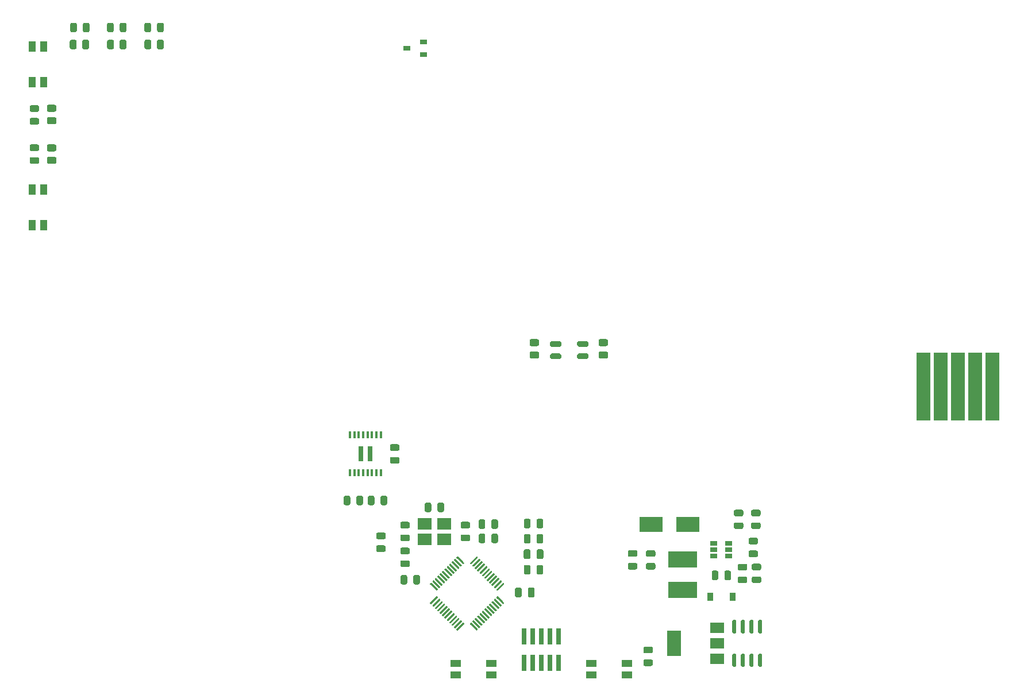
<source format=gtp>
G04 #@! TF.GenerationSoftware,KiCad,Pcbnew,5.1.9+dfsg1-1~bpo10+1*
G04 #@! TF.CreationDate,2021-05-23T17:22:24+00:00*
G04 #@! TF.ProjectId,mobo,6d6f626f-2e6b-4696-9361-645f70636258,rev?*
G04 #@! TF.SameCoordinates,Original*
G04 #@! TF.FileFunction,Paste,Top*
G04 #@! TF.FilePolarity,Positive*
%FSLAX46Y46*%
G04 Gerber Fmt 4.6, Leading zero omitted, Abs format (unit mm)*
G04 Created by KiCad (PCBNEW 5.1.9+dfsg1-1~bpo10+1) date 2021-05-23 17:22:24*
%MOMM*%
%LPD*%
G01*
G04 APERTURE LIST*
%ADD10R,1.550000X1.000000*%
%ADD11R,3.500000X2.300000*%
%ADD12R,0.900000X1.200000*%
%ADD13R,2.000000X10.000000*%
%ADD14R,4.200000X2.400000*%
%ADD15R,1.000000X1.550000*%
%ADD16R,1.000000X0.700000*%
%ADD17R,0.450000X1.050000*%
%ADD18R,0.800000X2.300000*%
%ADD19R,2.000000X1.500000*%
%ADD20R,2.000000X3.800000*%
%ADD21R,1.060000X0.650000*%
%ADD22R,2.100000X1.800000*%
%ADD23R,0.740000X2.400000*%
G04 APERTURE END LIST*
D10*
X69450000Y-100750000D03*
X74700000Y-100750000D03*
X74700000Y-102450000D03*
X69450000Y-102450000D03*
G36*
G01*
X82360000Y-84165000D02*
X82360000Y-85115000D01*
G75*
G02*
X82110000Y-85365000I-250000J0D01*
G01*
X81610000Y-85365000D01*
G75*
G02*
X81360000Y-85115000I0J250000D01*
G01*
X81360000Y-84165000D01*
G75*
G02*
X81610000Y-83915000I250000J0D01*
G01*
X82110000Y-83915000D01*
G75*
G02*
X82360000Y-84165000I0J-250000D01*
G01*
G37*
G36*
G01*
X80460000Y-84165000D02*
X80460000Y-85115000D01*
G75*
G02*
X80210000Y-85365000I-250000J0D01*
G01*
X79710000Y-85365000D01*
G75*
G02*
X79460000Y-85115000I0J250000D01*
G01*
X79460000Y-84165000D01*
G75*
G02*
X79710000Y-83915000I250000J0D01*
G01*
X80210000Y-83915000D01*
G75*
G02*
X80460000Y-84165000I0J-250000D01*
G01*
G37*
G36*
G01*
X80070000Y-90755000D02*
X80070000Y-89805000D01*
G75*
G02*
X80320000Y-89555000I250000J0D01*
G01*
X80820000Y-89555000D01*
G75*
G02*
X81070000Y-89805000I0J-250000D01*
G01*
X81070000Y-90755000D01*
G75*
G02*
X80820000Y-91005000I-250000J0D01*
G01*
X80320000Y-91005000D01*
G75*
G02*
X80070000Y-90755000I0J250000D01*
G01*
G37*
G36*
G01*
X78170000Y-90755000D02*
X78170000Y-89805000D01*
G75*
G02*
X78420000Y-89555000I250000J0D01*
G01*
X78920000Y-89555000D01*
G75*
G02*
X79170000Y-89805000I0J-250000D01*
G01*
X79170000Y-90755000D01*
G75*
G02*
X78920000Y-91005000I-250000J0D01*
G01*
X78420000Y-91005000D01*
G75*
G02*
X78170000Y-90755000I0J250000D01*
G01*
G37*
G36*
G01*
X81476001Y-55781000D02*
X80575999Y-55781000D01*
G75*
G02*
X80326000Y-55531001I0J249999D01*
G01*
X80326000Y-55005999D01*
G75*
G02*
X80575999Y-54756000I249999J0D01*
G01*
X81476001Y-54756000D01*
G75*
G02*
X81726000Y-55005999I0J-249999D01*
G01*
X81726000Y-55531001D01*
G75*
G02*
X81476001Y-55781000I-249999J0D01*
G01*
G37*
G36*
G01*
X81476001Y-53956000D02*
X80575999Y-53956000D01*
G75*
G02*
X80326000Y-53706001I0J249999D01*
G01*
X80326000Y-53180999D01*
G75*
G02*
X80575999Y-52931000I249999J0D01*
G01*
X81476001Y-52931000D01*
G75*
G02*
X81726000Y-53180999I0J-249999D01*
G01*
X81726000Y-53706001D01*
G75*
G02*
X81476001Y-53956000I-249999J0D01*
G01*
G37*
G36*
G01*
X26425000Y-9049999D02*
X26425000Y-9950001D01*
G75*
G02*
X26175001Y-10200000I-249999J0D01*
G01*
X25649999Y-10200000D01*
G75*
G02*
X25400000Y-9950001I0J249999D01*
G01*
X25400000Y-9049999D01*
G75*
G02*
X25649999Y-8800000I249999J0D01*
G01*
X26175001Y-8800000D01*
G75*
G02*
X26425000Y-9049999I0J-249999D01*
G01*
G37*
G36*
G01*
X24600000Y-9049999D02*
X24600000Y-9950001D01*
G75*
G02*
X24350001Y-10200000I-249999J0D01*
G01*
X23824999Y-10200000D01*
G75*
G02*
X23575000Y-9950001I0J249999D01*
G01*
X23575000Y-9049999D01*
G75*
G02*
X23824999Y-8800000I249999J0D01*
G01*
X24350001Y-8800000D01*
G75*
G02*
X24600000Y-9049999I0J-249999D01*
G01*
G37*
G36*
G01*
X20925000Y-9049999D02*
X20925000Y-9950001D01*
G75*
G02*
X20675001Y-10200000I-249999J0D01*
G01*
X20149999Y-10200000D01*
G75*
G02*
X19900000Y-9950001I0J249999D01*
G01*
X19900000Y-9049999D01*
G75*
G02*
X20149999Y-8800000I249999J0D01*
G01*
X20675001Y-8800000D01*
G75*
G02*
X20925000Y-9049999I0J-249999D01*
G01*
G37*
G36*
G01*
X19100000Y-9049999D02*
X19100000Y-9950001D01*
G75*
G02*
X18850001Y-10200000I-249999J0D01*
G01*
X18324999Y-10200000D01*
G75*
G02*
X18075000Y-9950001I0J249999D01*
G01*
X18075000Y-9049999D01*
G75*
G02*
X18324999Y-8800000I249999J0D01*
G01*
X18850001Y-8800000D01*
G75*
G02*
X19100000Y-9049999I0J-249999D01*
G01*
G37*
G36*
G01*
X15425000Y-9049999D02*
X15425000Y-9950001D01*
G75*
G02*
X15175001Y-10200000I-249999J0D01*
G01*
X14649999Y-10200000D01*
G75*
G02*
X14400000Y-9950001I0J249999D01*
G01*
X14400000Y-9049999D01*
G75*
G02*
X14649999Y-8800000I249999J0D01*
G01*
X15175001Y-8800000D01*
G75*
G02*
X15425000Y-9049999I0J-249999D01*
G01*
G37*
G36*
G01*
X13600000Y-9049999D02*
X13600000Y-9950001D01*
G75*
G02*
X13350001Y-10200000I-249999J0D01*
G01*
X12824999Y-10200000D01*
G75*
G02*
X12575000Y-9950001I0J249999D01*
G01*
X12575000Y-9049999D01*
G75*
G02*
X12824999Y-8800000I249999J0D01*
G01*
X13350001Y-8800000D01*
G75*
G02*
X13600000Y-9049999I0J-249999D01*
G01*
G37*
G36*
G01*
X91636001Y-55781000D02*
X90735999Y-55781000D01*
G75*
G02*
X90486000Y-55531001I0J249999D01*
G01*
X90486000Y-55005999D01*
G75*
G02*
X90735999Y-54756000I249999J0D01*
G01*
X91636001Y-54756000D01*
G75*
G02*
X91886000Y-55005999I0J-249999D01*
G01*
X91886000Y-55531001D01*
G75*
G02*
X91636001Y-55781000I-249999J0D01*
G01*
G37*
G36*
G01*
X91636001Y-53956000D02*
X90735999Y-53956000D01*
G75*
G02*
X90486000Y-53706001I0J249999D01*
G01*
X90486000Y-53180999D01*
G75*
G02*
X90735999Y-52931000I249999J0D01*
G01*
X91636001Y-52931000D01*
G75*
G02*
X91886000Y-53180999I0J-249999D01*
G01*
X91886000Y-53706001D01*
G75*
G02*
X91636001Y-53956000I-249999J0D01*
G01*
G37*
G36*
G01*
X9455999Y-18387000D02*
X10356001Y-18387000D01*
G75*
G02*
X10606000Y-18636999I0J-249999D01*
G01*
X10606000Y-19162001D01*
G75*
G02*
X10356001Y-19412000I-249999J0D01*
G01*
X9455999Y-19412000D01*
G75*
G02*
X9206000Y-19162001I0J249999D01*
G01*
X9206000Y-18636999D01*
G75*
G02*
X9455999Y-18387000I249999J0D01*
G01*
G37*
G36*
G01*
X9455999Y-20212000D02*
X10356001Y-20212000D01*
G75*
G02*
X10606000Y-20461999I0J-249999D01*
G01*
X10606000Y-20987001D01*
G75*
G02*
X10356001Y-21237000I-249999J0D01*
G01*
X9455999Y-21237000D01*
G75*
G02*
X9206000Y-20987001I0J249999D01*
G01*
X9206000Y-20461999D01*
G75*
G02*
X9455999Y-20212000I249999J0D01*
G01*
G37*
G36*
G01*
X9455999Y-24229000D02*
X10356001Y-24229000D01*
G75*
G02*
X10606000Y-24478999I0J-249999D01*
G01*
X10606000Y-25004001D01*
G75*
G02*
X10356001Y-25254000I-249999J0D01*
G01*
X9455999Y-25254000D01*
G75*
G02*
X9206000Y-25004001I0J249999D01*
G01*
X9206000Y-24478999D01*
G75*
G02*
X9455999Y-24229000I249999J0D01*
G01*
G37*
G36*
G01*
X9455999Y-26054000D02*
X10356001Y-26054000D01*
G75*
G02*
X10606000Y-26303999I0J-249999D01*
G01*
X10606000Y-26829001D01*
G75*
G02*
X10356001Y-27079000I-249999J0D01*
G01*
X9455999Y-27079000D01*
G75*
G02*
X9206000Y-26829001I0J249999D01*
G01*
X9206000Y-26303999D01*
G75*
G02*
X9455999Y-26054000I249999J0D01*
G01*
G37*
G36*
G01*
X84802000Y-55845000D02*
X83537000Y-55845000D01*
G75*
G02*
X83339500Y-55647500I0J197500D01*
G01*
X83339500Y-55252500D01*
G75*
G02*
X83537000Y-55055000I197500J0D01*
G01*
X84802000Y-55055000D01*
G75*
G02*
X84999500Y-55252500I0J-197500D01*
G01*
X84999500Y-55647500D01*
G75*
G02*
X84802000Y-55845000I-197500J0D01*
G01*
G37*
G36*
G01*
X84802000Y-54045000D02*
X83537000Y-54045000D01*
G75*
G02*
X83339500Y-53847500I0J197500D01*
G01*
X83339500Y-53452500D01*
G75*
G02*
X83537000Y-53255000I197500J0D01*
G01*
X84802000Y-53255000D01*
G75*
G02*
X84999500Y-53452500I0J-197500D01*
G01*
X84999500Y-53847500D01*
G75*
G02*
X84802000Y-54045000I-197500J0D01*
G01*
G37*
G36*
G01*
X88802000Y-54045000D02*
X87537000Y-54045000D01*
G75*
G02*
X87339500Y-53847500I0J197500D01*
G01*
X87339500Y-53452500D01*
G75*
G02*
X87537000Y-53255000I197500J0D01*
G01*
X88802000Y-53255000D01*
G75*
G02*
X88999500Y-53452500I0J-197500D01*
G01*
X88999500Y-53847500D01*
G75*
G02*
X88802000Y-54045000I-197500J0D01*
G01*
G37*
G36*
G01*
X88802000Y-55845000D02*
X87537000Y-55845000D01*
G75*
G02*
X87339500Y-55647500I0J197500D01*
G01*
X87339500Y-55252500D01*
G75*
G02*
X87537000Y-55055000I197500J0D01*
G01*
X88802000Y-55055000D01*
G75*
G02*
X88999500Y-55252500I0J-197500D01*
G01*
X88999500Y-55647500D01*
G75*
G02*
X88802000Y-55845000I-197500J0D01*
G01*
G37*
G36*
G01*
X71322250Y-80830000D02*
X70409750Y-80830000D01*
G75*
G02*
X70166000Y-80586250I0J243750D01*
G01*
X70166000Y-80098750D01*
G75*
G02*
X70409750Y-79855000I243750J0D01*
G01*
X71322250Y-79855000D01*
G75*
G02*
X71566000Y-80098750I0J-243750D01*
G01*
X71566000Y-80586250D01*
G75*
G02*
X71322250Y-80830000I-243750J0D01*
G01*
G37*
G36*
G01*
X71322250Y-82705000D02*
X70409750Y-82705000D01*
G75*
G02*
X70166000Y-82461250I0J243750D01*
G01*
X70166000Y-81973750D01*
G75*
G02*
X70409750Y-81730000I243750J0D01*
G01*
X71322250Y-81730000D01*
G75*
G02*
X71566000Y-81973750I0J-243750D01*
G01*
X71566000Y-82461250D01*
G75*
G02*
X71322250Y-82705000I-243750J0D01*
G01*
G37*
G36*
G01*
X72815000Y-80656250D02*
X72815000Y-79743750D01*
G75*
G02*
X73058750Y-79500000I243750J0D01*
G01*
X73546250Y-79500000D01*
G75*
G02*
X73790000Y-79743750I0J-243750D01*
G01*
X73790000Y-80656250D01*
G75*
G02*
X73546250Y-80900000I-243750J0D01*
G01*
X73058750Y-80900000D01*
G75*
G02*
X72815000Y-80656250I0J243750D01*
G01*
G37*
G36*
G01*
X74690000Y-80656250D02*
X74690000Y-79743750D01*
G75*
G02*
X74933750Y-79500000I243750J0D01*
G01*
X75421250Y-79500000D01*
G75*
G02*
X75665000Y-79743750I0J-243750D01*
G01*
X75665000Y-80656250D01*
G75*
G02*
X75421250Y-80900000I-243750J0D01*
G01*
X74933750Y-80900000D01*
G75*
G02*
X74690000Y-80656250I0J243750D01*
G01*
G37*
G36*
G01*
X74696500Y-82752250D02*
X74696500Y-81839750D01*
G75*
G02*
X74940250Y-81596000I243750J0D01*
G01*
X75427750Y-81596000D01*
G75*
G02*
X75671500Y-81839750I0J-243750D01*
G01*
X75671500Y-82752250D01*
G75*
G02*
X75427750Y-82996000I-243750J0D01*
G01*
X74940250Y-82996000D01*
G75*
G02*
X74696500Y-82752250I0J243750D01*
G01*
G37*
G36*
G01*
X72821500Y-82752250D02*
X72821500Y-81839750D01*
G75*
G02*
X73065250Y-81596000I243750J0D01*
G01*
X73552750Y-81596000D01*
G75*
G02*
X73796500Y-81839750I0J-243750D01*
G01*
X73796500Y-82752250D01*
G75*
G02*
X73552750Y-82996000I-243750J0D01*
G01*
X73065250Y-82996000D01*
G75*
G02*
X72821500Y-82752250I0J243750D01*
G01*
G37*
G36*
G01*
X61519750Y-83665000D02*
X62432250Y-83665000D01*
G75*
G02*
X62676000Y-83908750I0J-243750D01*
G01*
X62676000Y-84396250D01*
G75*
G02*
X62432250Y-84640000I-243750J0D01*
G01*
X61519750Y-84640000D01*
G75*
G02*
X61276000Y-84396250I0J243750D01*
G01*
X61276000Y-83908750D01*
G75*
G02*
X61519750Y-83665000I243750J0D01*
G01*
G37*
G36*
G01*
X61519750Y-85540000D02*
X62432250Y-85540000D01*
G75*
G02*
X62676000Y-85783750I0J-243750D01*
G01*
X62676000Y-86271250D01*
G75*
G02*
X62432250Y-86515000I-243750J0D01*
G01*
X61519750Y-86515000D01*
G75*
G02*
X61276000Y-86271250I0J243750D01*
G01*
X61276000Y-85783750D01*
G75*
G02*
X61519750Y-85540000I243750J0D01*
G01*
G37*
G36*
G01*
X53906000Y-76251750D02*
X53906000Y-77164250D01*
G75*
G02*
X53662250Y-77408000I-243750J0D01*
G01*
X53174750Y-77408000D01*
G75*
G02*
X52931000Y-77164250I0J243750D01*
G01*
X52931000Y-76251750D01*
G75*
G02*
X53174750Y-76008000I243750J0D01*
G01*
X53662250Y-76008000D01*
G75*
G02*
X53906000Y-76251750I0J-243750D01*
G01*
G37*
G36*
G01*
X55781000Y-76251750D02*
X55781000Y-77164250D01*
G75*
G02*
X55537250Y-77408000I-243750J0D01*
G01*
X55049750Y-77408000D01*
G75*
G02*
X54806000Y-77164250I0J243750D01*
G01*
X54806000Y-76251750D01*
G75*
G02*
X55049750Y-76008000I243750J0D01*
G01*
X55537250Y-76008000D01*
G75*
G02*
X55781000Y-76251750I0J-243750D01*
G01*
G37*
G36*
G01*
X67719000Y-77267750D02*
X67719000Y-78180250D01*
G75*
G02*
X67475250Y-78424000I-243750J0D01*
G01*
X66987750Y-78424000D01*
G75*
G02*
X66744000Y-78180250I0J243750D01*
G01*
X66744000Y-77267750D01*
G75*
G02*
X66987750Y-77024000I243750J0D01*
G01*
X67475250Y-77024000D01*
G75*
G02*
X67719000Y-77267750I0J-243750D01*
G01*
G37*
G36*
G01*
X65844000Y-77267750D02*
X65844000Y-78180250D01*
G75*
G02*
X65600250Y-78424000I-243750J0D01*
G01*
X65112750Y-78424000D01*
G75*
G02*
X64869000Y-78180250I0J243750D01*
G01*
X64869000Y-77267750D01*
G75*
G02*
X65112750Y-77024000I243750J0D01*
G01*
X65600250Y-77024000D01*
G75*
G02*
X65844000Y-77267750I0J-243750D01*
G01*
G37*
G36*
G01*
X62432250Y-80830000D02*
X61519750Y-80830000D01*
G75*
G02*
X61276000Y-80586250I0J243750D01*
G01*
X61276000Y-80098750D01*
G75*
G02*
X61519750Y-79855000I243750J0D01*
G01*
X62432250Y-79855000D01*
G75*
G02*
X62676000Y-80098750I0J-243750D01*
G01*
X62676000Y-80586250D01*
G75*
G02*
X62432250Y-80830000I-243750J0D01*
G01*
G37*
G36*
G01*
X62432250Y-82705000D02*
X61519750Y-82705000D01*
G75*
G02*
X61276000Y-82461250I0J243750D01*
G01*
X61276000Y-81973750D01*
G75*
G02*
X61519750Y-81730000I243750J0D01*
G01*
X62432250Y-81730000D01*
G75*
G02*
X62676000Y-81973750I0J-243750D01*
G01*
X62676000Y-82461250D01*
G75*
G02*
X62432250Y-82705000I-243750J0D01*
G01*
G37*
G36*
G01*
X57462000Y-76251750D02*
X57462000Y-77164250D01*
G75*
G02*
X57218250Y-77408000I-243750J0D01*
G01*
X56730750Y-77408000D01*
G75*
G02*
X56487000Y-77164250I0J243750D01*
G01*
X56487000Y-76251750D01*
G75*
G02*
X56730750Y-76008000I243750J0D01*
G01*
X57218250Y-76008000D01*
G75*
G02*
X57462000Y-76251750I0J-243750D01*
G01*
G37*
G36*
G01*
X59337000Y-76251750D02*
X59337000Y-77164250D01*
G75*
G02*
X59093250Y-77408000I-243750J0D01*
G01*
X58605750Y-77408000D01*
G75*
G02*
X58362000Y-77164250I0J243750D01*
G01*
X58362000Y-76251750D01*
G75*
G02*
X58605750Y-76008000I243750J0D01*
G01*
X59093250Y-76008000D01*
G75*
G02*
X59337000Y-76251750I0J-243750D01*
G01*
G37*
G36*
G01*
X59995750Y-68425000D02*
X60908250Y-68425000D01*
G75*
G02*
X61152000Y-68668750I0J-243750D01*
G01*
X61152000Y-69156250D01*
G75*
G02*
X60908250Y-69400000I-243750J0D01*
G01*
X59995750Y-69400000D01*
G75*
G02*
X59752000Y-69156250I0J243750D01*
G01*
X59752000Y-68668750D01*
G75*
G02*
X59995750Y-68425000I243750J0D01*
G01*
G37*
G36*
G01*
X59995750Y-70300000D02*
X60908250Y-70300000D01*
G75*
G02*
X61152000Y-70543750I0J-243750D01*
G01*
X61152000Y-71031250D01*
G75*
G02*
X60908250Y-71275000I-243750J0D01*
G01*
X59995750Y-71275000D01*
G75*
G02*
X59752000Y-71031250I0J243750D01*
G01*
X59752000Y-70543750D01*
G75*
G02*
X59995750Y-70300000I243750J0D01*
G01*
G37*
G36*
G01*
X97333750Y-98270000D02*
X98246250Y-98270000D01*
G75*
G02*
X98490000Y-98513750I0J-243750D01*
G01*
X98490000Y-99001250D01*
G75*
G02*
X98246250Y-99245000I-243750J0D01*
G01*
X97333750Y-99245000D01*
G75*
G02*
X97090000Y-99001250I0J243750D01*
G01*
X97090000Y-98513750D01*
G75*
G02*
X97333750Y-98270000I243750J0D01*
G01*
G37*
G36*
G01*
X97333750Y-100145000D02*
X98246250Y-100145000D01*
G75*
G02*
X98490000Y-100388750I0J-243750D01*
G01*
X98490000Y-100876250D01*
G75*
G02*
X98246250Y-101120000I-243750J0D01*
G01*
X97333750Y-101120000D01*
G75*
G02*
X97090000Y-100876250I0J243750D01*
G01*
X97090000Y-100388750D01*
G75*
G02*
X97333750Y-100145000I243750J0D01*
G01*
G37*
G36*
G01*
X79485000Y-82816250D02*
X79485000Y-81903750D01*
G75*
G02*
X79728750Y-81660000I243750J0D01*
G01*
X80216250Y-81660000D01*
G75*
G02*
X80460000Y-81903750I0J-243750D01*
G01*
X80460000Y-82816250D01*
G75*
G02*
X80216250Y-83060000I-243750J0D01*
G01*
X79728750Y-83060000D01*
G75*
G02*
X79485000Y-82816250I0J243750D01*
G01*
G37*
G36*
G01*
X81360000Y-82816250D02*
X81360000Y-81903750D01*
G75*
G02*
X81603750Y-81660000I243750J0D01*
G01*
X82091250Y-81660000D01*
G75*
G02*
X82335000Y-81903750I0J-243750D01*
G01*
X82335000Y-82816250D01*
G75*
G02*
X82091250Y-83060000I-243750J0D01*
G01*
X81603750Y-83060000D01*
G75*
G02*
X81360000Y-82816250I0J243750D01*
G01*
G37*
G36*
G01*
X79485000Y-80566250D02*
X79485000Y-79653750D01*
G75*
G02*
X79728750Y-79410000I243750J0D01*
G01*
X80216250Y-79410000D01*
G75*
G02*
X80460000Y-79653750I0J-243750D01*
G01*
X80460000Y-80566250D01*
G75*
G02*
X80216250Y-80810000I-243750J0D01*
G01*
X79728750Y-80810000D01*
G75*
G02*
X79485000Y-80566250I0J243750D01*
G01*
G37*
G36*
G01*
X81360000Y-80566250D02*
X81360000Y-79653750D01*
G75*
G02*
X81603750Y-79410000I243750J0D01*
G01*
X82091250Y-79410000D01*
G75*
G02*
X82335000Y-79653750I0J-243750D01*
G01*
X82335000Y-80566250D01*
G75*
G02*
X82091250Y-80810000I-243750J0D01*
G01*
X81603750Y-80810000D01*
G75*
G02*
X81360000Y-80566250I0J243750D01*
G01*
G37*
G36*
G01*
X112156250Y-88905000D02*
X111243750Y-88905000D01*
G75*
G02*
X111000000Y-88661250I0J243750D01*
G01*
X111000000Y-88173750D01*
G75*
G02*
X111243750Y-87930000I243750J0D01*
G01*
X112156250Y-87930000D01*
G75*
G02*
X112400000Y-88173750I0J-243750D01*
G01*
X112400000Y-88661250D01*
G75*
G02*
X112156250Y-88905000I-243750J0D01*
G01*
G37*
G36*
G01*
X112156250Y-87030000D02*
X111243750Y-87030000D01*
G75*
G02*
X111000000Y-86786250I0J243750D01*
G01*
X111000000Y-86298750D01*
G75*
G02*
X111243750Y-86055000I243750J0D01*
G01*
X112156250Y-86055000D01*
G75*
G02*
X112400000Y-86298750I0J-243750D01*
G01*
X112400000Y-86786250D01*
G75*
G02*
X112156250Y-87030000I-243750J0D01*
G01*
G37*
G36*
G01*
X113208750Y-79952000D02*
X114121250Y-79952000D01*
G75*
G02*
X114365000Y-80195750I0J-243750D01*
G01*
X114365000Y-80683250D01*
G75*
G02*
X114121250Y-80927000I-243750J0D01*
G01*
X113208750Y-80927000D01*
G75*
G02*
X112965000Y-80683250I0J243750D01*
G01*
X112965000Y-80195750D01*
G75*
G02*
X113208750Y-79952000I243750J0D01*
G01*
G37*
G36*
G01*
X113208750Y-78077000D02*
X114121250Y-78077000D01*
G75*
G02*
X114365000Y-78320750I0J-243750D01*
G01*
X114365000Y-78808250D01*
G75*
G02*
X114121250Y-79052000I-243750J0D01*
G01*
X113208750Y-79052000D01*
G75*
G02*
X112965000Y-78808250I0J243750D01*
G01*
X112965000Y-78320750D01*
G75*
G02*
X113208750Y-78077000I243750J0D01*
G01*
G37*
G36*
G01*
X110668750Y-79952000D02*
X111581250Y-79952000D01*
G75*
G02*
X111825000Y-80195750I0J-243750D01*
G01*
X111825000Y-80683250D01*
G75*
G02*
X111581250Y-80927000I-243750J0D01*
G01*
X110668750Y-80927000D01*
G75*
G02*
X110425000Y-80683250I0J243750D01*
G01*
X110425000Y-80195750D01*
G75*
G02*
X110668750Y-79952000I243750J0D01*
G01*
G37*
G36*
G01*
X110668750Y-78077000D02*
X111581250Y-78077000D01*
G75*
G02*
X111825000Y-78320750I0J-243750D01*
G01*
X111825000Y-78808250D01*
G75*
G02*
X111581250Y-79052000I-243750J0D01*
G01*
X110668750Y-79052000D01*
G75*
G02*
X110425000Y-78808250I0J243750D01*
G01*
X110425000Y-78320750D01*
G75*
G02*
X110668750Y-78077000I243750J0D01*
G01*
G37*
G36*
G01*
X110010000Y-87300750D02*
X110010000Y-88213250D01*
G75*
G02*
X109766250Y-88457000I-243750J0D01*
G01*
X109278750Y-88457000D01*
G75*
G02*
X109035000Y-88213250I0J243750D01*
G01*
X109035000Y-87300750D01*
G75*
G02*
X109278750Y-87057000I243750J0D01*
G01*
X109766250Y-87057000D01*
G75*
G02*
X110010000Y-87300750I0J-243750D01*
G01*
G37*
G36*
G01*
X108135000Y-87300750D02*
X108135000Y-88213250D01*
G75*
G02*
X107891250Y-88457000I-243750J0D01*
G01*
X107403750Y-88457000D01*
G75*
G02*
X107160000Y-88213250I0J243750D01*
G01*
X107160000Y-87300750D01*
G75*
G02*
X107403750Y-87057000I243750J0D01*
G01*
X107891250Y-87057000D01*
G75*
G02*
X108135000Y-87300750I0J-243750D01*
G01*
G37*
G36*
G01*
X98627250Y-85021000D02*
X97714750Y-85021000D01*
G75*
G02*
X97471000Y-84777250I0J243750D01*
G01*
X97471000Y-84289750D01*
G75*
G02*
X97714750Y-84046000I243750J0D01*
G01*
X98627250Y-84046000D01*
G75*
G02*
X98871000Y-84289750I0J-243750D01*
G01*
X98871000Y-84777250D01*
G75*
G02*
X98627250Y-85021000I-243750J0D01*
G01*
G37*
G36*
G01*
X98627250Y-86896000D02*
X97714750Y-86896000D01*
G75*
G02*
X97471000Y-86652250I0J243750D01*
G01*
X97471000Y-86164750D01*
G75*
G02*
X97714750Y-85921000I243750J0D01*
G01*
X98627250Y-85921000D01*
G75*
G02*
X98871000Y-86164750I0J-243750D01*
G01*
X98871000Y-86652250D01*
G75*
G02*
X98627250Y-86896000I-243750J0D01*
G01*
G37*
G36*
G01*
X95960250Y-86896000D02*
X95047750Y-86896000D01*
G75*
G02*
X94804000Y-86652250I0J243750D01*
G01*
X94804000Y-86164750D01*
G75*
G02*
X95047750Y-85921000I243750J0D01*
G01*
X95960250Y-85921000D01*
G75*
G02*
X96204000Y-86164750I0J-243750D01*
G01*
X96204000Y-86652250D01*
G75*
G02*
X95960250Y-86896000I-243750J0D01*
G01*
G37*
G36*
G01*
X95960250Y-85021000D02*
X95047750Y-85021000D01*
G75*
G02*
X94804000Y-84777250I0J243750D01*
G01*
X94804000Y-84289750D01*
G75*
G02*
X95047750Y-84046000I243750J0D01*
G01*
X95960250Y-84046000D01*
G75*
G02*
X96204000Y-84289750I0J-243750D01*
G01*
X96204000Y-84777250D01*
G75*
G02*
X95960250Y-85021000I-243750J0D01*
G01*
G37*
G36*
G01*
X7822250Y-19440500D02*
X6909750Y-19440500D01*
G75*
G02*
X6666000Y-19196750I0J243750D01*
G01*
X6666000Y-18709250D01*
G75*
G02*
X6909750Y-18465500I243750J0D01*
G01*
X7822250Y-18465500D01*
G75*
G02*
X8066000Y-18709250I0J-243750D01*
G01*
X8066000Y-19196750D01*
G75*
G02*
X7822250Y-19440500I-243750J0D01*
G01*
G37*
G36*
G01*
X7822250Y-21315500D02*
X6909750Y-21315500D01*
G75*
G02*
X6666000Y-21071750I0J243750D01*
G01*
X6666000Y-20584250D01*
G75*
G02*
X6909750Y-20340500I243750J0D01*
G01*
X7822250Y-20340500D01*
G75*
G02*
X8066000Y-20584250I0J-243750D01*
G01*
X8066000Y-21071750D01*
G75*
G02*
X7822250Y-21315500I-243750J0D01*
G01*
G37*
G36*
G01*
X7822250Y-27079000D02*
X6909750Y-27079000D01*
G75*
G02*
X6666000Y-26835250I0J243750D01*
G01*
X6666000Y-26347750D01*
G75*
G02*
X6909750Y-26104000I243750J0D01*
G01*
X7822250Y-26104000D01*
G75*
G02*
X8066000Y-26347750I0J-243750D01*
G01*
X8066000Y-26835250D01*
G75*
G02*
X7822250Y-27079000I-243750J0D01*
G01*
G37*
G36*
G01*
X7822250Y-25204000D02*
X6909750Y-25204000D01*
G75*
G02*
X6666000Y-24960250I0J243750D01*
G01*
X6666000Y-24472750D01*
G75*
G02*
X6909750Y-24229000I243750J0D01*
G01*
X7822250Y-24229000D01*
G75*
G02*
X8066000Y-24472750I0J-243750D01*
G01*
X8066000Y-24960250D01*
G75*
G02*
X7822250Y-25204000I-243750J0D01*
G01*
G37*
D11*
X98265000Y-80264000D03*
X103665000Y-80264000D03*
D12*
X106935000Y-90932000D03*
X110235000Y-90932000D03*
D13*
X148560000Y-59900000D03*
X146020000Y-59900000D03*
X143480000Y-59900000D03*
X140940000Y-59900000D03*
X138400000Y-59900000D03*
D14*
X102870000Y-89880000D03*
X102870000Y-85380000D03*
G36*
G01*
X62288000Y-87935750D02*
X62288000Y-88848250D01*
G75*
G02*
X62044250Y-89092000I-243750J0D01*
G01*
X61556750Y-89092000D01*
G75*
G02*
X61313000Y-88848250I0J243750D01*
G01*
X61313000Y-87935750D01*
G75*
G02*
X61556750Y-87692000I243750J0D01*
G01*
X62044250Y-87692000D01*
G75*
G02*
X62288000Y-87935750I0J-243750D01*
G01*
G37*
G36*
G01*
X64163000Y-87935750D02*
X64163000Y-88848250D01*
G75*
G02*
X63919250Y-89092000I-243750J0D01*
G01*
X63431750Y-89092000D01*
G75*
G02*
X63188000Y-88848250I0J243750D01*
G01*
X63188000Y-87935750D01*
G75*
G02*
X63431750Y-87692000I243750J0D01*
G01*
X63919250Y-87692000D01*
G75*
G02*
X64163000Y-87935750I0J-243750D01*
G01*
G37*
G36*
G01*
X114210250Y-87014500D02*
X113297750Y-87014500D01*
G75*
G02*
X113054000Y-86770750I0J243750D01*
G01*
X113054000Y-86283250D01*
G75*
G02*
X113297750Y-86039500I243750J0D01*
G01*
X114210250Y-86039500D01*
G75*
G02*
X114454000Y-86283250I0J-243750D01*
G01*
X114454000Y-86770750D01*
G75*
G02*
X114210250Y-87014500I-243750J0D01*
G01*
G37*
G36*
G01*
X114210250Y-88889500D02*
X113297750Y-88889500D01*
G75*
G02*
X113054000Y-88645750I0J243750D01*
G01*
X113054000Y-88158250D01*
G75*
G02*
X113297750Y-87914500I243750J0D01*
G01*
X114210250Y-87914500D01*
G75*
G02*
X114454000Y-88158250I0J-243750D01*
G01*
X114454000Y-88645750D01*
G75*
G02*
X114210250Y-88889500I-243750J0D01*
G01*
G37*
G36*
G01*
X112827750Y-84094500D02*
X113740250Y-84094500D01*
G75*
G02*
X113984000Y-84338250I0J-243750D01*
G01*
X113984000Y-84825750D01*
G75*
G02*
X113740250Y-85069500I-243750J0D01*
G01*
X112827750Y-85069500D01*
G75*
G02*
X112584000Y-84825750I0J243750D01*
G01*
X112584000Y-84338250D01*
G75*
G02*
X112827750Y-84094500I243750J0D01*
G01*
G37*
G36*
G01*
X112827750Y-82219500D02*
X113740250Y-82219500D01*
G75*
G02*
X113984000Y-82463250I0J-243750D01*
G01*
X113984000Y-82950750D01*
G75*
G02*
X113740250Y-83194500I-243750J0D01*
G01*
X112827750Y-83194500D01*
G75*
G02*
X112584000Y-82950750I0J243750D01*
G01*
X112584000Y-82463250D01*
G75*
G02*
X112827750Y-82219500I243750J0D01*
G01*
G37*
D15*
X7024000Y-9821000D03*
X7024000Y-15071000D03*
X8724000Y-15071000D03*
X8724000Y-9821000D03*
X8724000Y-30903000D03*
X8724000Y-36153000D03*
X7024000Y-36153000D03*
X7024000Y-30903000D03*
D10*
X89450000Y-102450000D03*
X94700000Y-102450000D03*
X94700000Y-100750000D03*
X89450000Y-100750000D03*
D16*
X62276000Y-10041000D03*
X64676000Y-9091000D03*
X64676000Y-10991000D03*
G36*
G01*
X110640000Y-96290000D02*
X110340000Y-96290000D01*
G75*
G02*
X110190000Y-96140000I0J150000D01*
G01*
X110190000Y-94490000D01*
G75*
G02*
X110340000Y-94340000I150000J0D01*
G01*
X110640000Y-94340000D01*
G75*
G02*
X110790000Y-94490000I0J-150000D01*
G01*
X110790000Y-96140000D01*
G75*
G02*
X110640000Y-96290000I-150000J0D01*
G01*
G37*
G36*
G01*
X111910000Y-96290000D02*
X111610000Y-96290000D01*
G75*
G02*
X111460000Y-96140000I0J150000D01*
G01*
X111460000Y-94490000D01*
G75*
G02*
X111610000Y-94340000I150000J0D01*
G01*
X111910000Y-94340000D01*
G75*
G02*
X112060000Y-94490000I0J-150000D01*
G01*
X112060000Y-96140000D01*
G75*
G02*
X111910000Y-96290000I-150000J0D01*
G01*
G37*
G36*
G01*
X113180000Y-96290000D02*
X112880000Y-96290000D01*
G75*
G02*
X112730000Y-96140000I0J150000D01*
G01*
X112730000Y-94490000D01*
G75*
G02*
X112880000Y-94340000I150000J0D01*
G01*
X113180000Y-94340000D01*
G75*
G02*
X113330000Y-94490000I0J-150000D01*
G01*
X113330000Y-96140000D01*
G75*
G02*
X113180000Y-96290000I-150000J0D01*
G01*
G37*
G36*
G01*
X114450000Y-96290000D02*
X114150000Y-96290000D01*
G75*
G02*
X114000000Y-96140000I0J150000D01*
G01*
X114000000Y-94490000D01*
G75*
G02*
X114150000Y-94340000I150000J0D01*
G01*
X114450000Y-94340000D01*
G75*
G02*
X114600000Y-94490000I0J-150000D01*
G01*
X114600000Y-96140000D01*
G75*
G02*
X114450000Y-96290000I-150000J0D01*
G01*
G37*
G36*
G01*
X114450000Y-101240000D02*
X114150000Y-101240000D01*
G75*
G02*
X114000000Y-101090000I0J150000D01*
G01*
X114000000Y-99440000D01*
G75*
G02*
X114150000Y-99290000I150000J0D01*
G01*
X114450000Y-99290000D01*
G75*
G02*
X114600000Y-99440000I0J-150000D01*
G01*
X114600000Y-101090000D01*
G75*
G02*
X114450000Y-101240000I-150000J0D01*
G01*
G37*
G36*
G01*
X113180000Y-101240000D02*
X112880000Y-101240000D01*
G75*
G02*
X112730000Y-101090000I0J150000D01*
G01*
X112730000Y-99440000D01*
G75*
G02*
X112880000Y-99290000I150000J0D01*
G01*
X113180000Y-99290000D01*
G75*
G02*
X113330000Y-99440000I0J-150000D01*
G01*
X113330000Y-101090000D01*
G75*
G02*
X113180000Y-101240000I-150000J0D01*
G01*
G37*
G36*
G01*
X111910000Y-101240000D02*
X111610000Y-101240000D01*
G75*
G02*
X111460000Y-101090000I0J150000D01*
G01*
X111460000Y-99440000D01*
G75*
G02*
X111610000Y-99290000I150000J0D01*
G01*
X111910000Y-99290000D01*
G75*
G02*
X112060000Y-99440000I0J-150000D01*
G01*
X112060000Y-101090000D01*
G75*
G02*
X111910000Y-101240000I-150000J0D01*
G01*
G37*
G36*
G01*
X110640000Y-101240000D02*
X110340000Y-101240000D01*
G75*
G02*
X110190000Y-101090000I0J150000D01*
G01*
X110190000Y-99440000D01*
G75*
G02*
X110340000Y-99290000I150000J0D01*
G01*
X110640000Y-99290000D01*
G75*
G02*
X110790000Y-99440000I0J-150000D01*
G01*
X110790000Y-101090000D01*
G75*
G02*
X110640000Y-101240000I-150000J0D01*
G01*
G37*
D17*
X58420000Y-67056000D03*
X57770000Y-67056000D03*
X57120000Y-67056000D03*
X56470000Y-67056000D03*
X55820000Y-67056000D03*
X55170000Y-67056000D03*
X54520000Y-67056000D03*
X53870000Y-67056000D03*
X53870000Y-72606000D03*
X54520000Y-72606000D03*
X55170000Y-72606000D03*
X55820000Y-72606000D03*
X56470000Y-72606000D03*
X57120000Y-72606000D03*
X57770000Y-72606000D03*
X58420000Y-72606000D03*
D18*
X56805000Y-69831000D03*
X55485000Y-69831000D03*
D19*
X107925000Y-100090000D03*
X107925000Y-95490000D03*
X107925000Y-97790000D03*
D20*
X101625000Y-97790000D03*
G36*
G01*
X69546688Y-85067666D02*
X69652754Y-84961600D01*
G75*
G02*
X69758820Y-84961600I53033J-53033D01*
G01*
X70695736Y-85898516D01*
G75*
G02*
X70695736Y-86004582I-53033J-53033D01*
G01*
X70589670Y-86110648D01*
G75*
G02*
X70483604Y-86110648I-53033J53033D01*
G01*
X69546688Y-85173732D01*
G75*
G02*
X69546688Y-85067666I53033J53033D01*
G01*
G37*
G36*
G01*
X69193134Y-85421220D02*
X69299200Y-85315154D01*
G75*
G02*
X69405266Y-85315154I53033J-53033D01*
G01*
X70342182Y-86252070D01*
G75*
G02*
X70342182Y-86358136I-53033J-53033D01*
G01*
X70236116Y-86464202D01*
G75*
G02*
X70130050Y-86464202I-53033J53033D01*
G01*
X69193134Y-85527286D01*
G75*
G02*
X69193134Y-85421220I53033J53033D01*
G01*
G37*
G36*
G01*
X68839581Y-85774773D02*
X68945647Y-85668707D01*
G75*
G02*
X69051713Y-85668707I53033J-53033D01*
G01*
X69988629Y-86605623D01*
G75*
G02*
X69988629Y-86711689I-53033J-53033D01*
G01*
X69882563Y-86817755D01*
G75*
G02*
X69776497Y-86817755I-53033J53033D01*
G01*
X68839581Y-85880839D01*
G75*
G02*
X68839581Y-85774773I53033J53033D01*
G01*
G37*
G36*
G01*
X68486027Y-86128327D02*
X68592093Y-86022261D01*
G75*
G02*
X68698159Y-86022261I53033J-53033D01*
G01*
X69635075Y-86959177D01*
G75*
G02*
X69635075Y-87065243I-53033J-53033D01*
G01*
X69529009Y-87171309D01*
G75*
G02*
X69422943Y-87171309I-53033J53033D01*
G01*
X68486027Y-86234393D01*
G75*
G02*
X68486027Y-86128327I53033J53033D01*
G01*
G37*
G36*
G01*
X68132474Y-86481880D02*
X68238540Y-86375814D01*
G75*
G02*
X68344606Y-86375814I53033J-53033D01*
G01*
X69281522Y-87312730D01*
G75*
G02*
X69281522Y-87418796I-53033J-53033D01*
G01*
X69175456Y-87524862D01*
G75*
G02*
X69069390Y-87524862I-53033J53033D01*
G01*
X68132474Y-86587946D01*
G75*
G02*
X68132474Y-86481880I53033J53033D01*
G01*
G37*
G36*
G01*
X67778921Y-86835433D02*
X67884987Y-86729367D01*
G75*
G02*
X67991053Y-86729367I53033J-53033D01*
G01*
X68927969Y-87666283D01*
G75*
G02*
X68927969Y-87772349I-53033J-53033D01*
G01*
X68821903Y-87878415D01*
G75*
G02*
X68715837Y-87878415I-53033J53033D01*
G01*
X67778921Y-86941499D01*
G75*
G02*
X67778921Y-86835433I53033J53033D01*
G01*
G37*
G36*
G01*
X67425367Y-87188987D02*
X67531433Y-87082921D01*
G75*
G02*
X67637499Y-87082921I53033J-53033D01*
G01*
X68574415Y-88019837D01*
G75*
G02*
X68574415Y-88125903I-53033J-53033D01*
G01*
X68468349Y-88231969D01*
G75*
G02*
X68362283Y-88231969I-53033J53033D01*
G01*
X67425367Y-87295053D01*
G75*
G02*
X67425367Y-87188987I53033J53033D01*
G01*
G37*
G36*
G01*
X67071814Y-87542540D02*
X67177880Y-87436474D01*
G75*
G02*
X67283946Y-87436474I53033J-53033D01*
G01*
X68220862Y-88373390D01*
G75*
G02*
X68220862Y-88479456I-53033J-53033D01*
G01*
X68114796Y-88585522D01*
G75*
G02*
X68008730Y-88585522I-53033J53033D01*
G01*
X67071814Y-87648606D01*
G75*
G02*
X67071814Y-87542540I53033J53033D01*
G01*
G37*
G36*
G01*
X66718261Y-87896093D02*
X66824327Y-87790027D01*
G75*
G02*
X66930393Y-87790027I53033J-53033D01*
G01*
X67867309Y-88726943D01*
G75*
G02*
X67867309Y-88833009I-53033J-53033D01*
G01*
X67761243Y-88939075D01*
G75*
G02*
X67655177Y-88939075I-53033J53033D01*
G01*
X66718261Y-88002159D01*
G75*
G02*
X66718261Y-87896093I53033J53033D01*
G01*
G37*
G36*
G01*
X66364707Y-88249647D02*
X66470773Y-88143581D01*
G75*
G02*
X66576839Y-88143581I53033J-53033D01*
G01*
X67513755Y-89080497D01*
G75*
G02*
X67513755Y-89186563I-53033J-53033D01*
G01*
X67407689Y-89292629D01*
G75*
G02*
X67301623Y-89292629I-53033J53033D01*
G01*
X66364707Y-88355713D01*
G75*
G02*
X66364707Y-88249647I53033J53033D01*
G01*
G37*
G36*
G01*
X66011154Y-88603200D02*
X66117220Y-88497134D01*
G75*
G02*
X66223286Y-88497134I53033J-53033D01*
G01*
X67160202Y-89434050D01*
G75*
G02*
X67160202Y-89540116I-53033J-53033D01*
G01*
X67054136Y-89646182D01*
G75*
G02*
X66948070Y-89646182I-53033J53033D01*
G01*
X66011154Y-88709266D01*
G75*
G02*
X66011154Y-88603200I53033J53033D01*
G01*
G37*
G36*
G01*
X65657600Y-88956754D02*
X65763666Y-88850688D01*
G75*
G02*
X65869732Y-88850688I53033J-53033D01*
G01*
X66806648Y-89787604D01*
G75*
G02*
X66806648Y-89893670I-53033J-53033D01*
G01*
X66700582Y-89999736D01*
G75*
G02*
X66594516Y-89999736I-53033J53033D01*
G01*
X65657600Y-89062820D01*
G75*
G02*
X65657600Y-88956754I53033J53033D01*
G01*
G37*
G36*
G01*
X65657600Y-91785180D02*
X66594516Y-90848264D01*
G75*
G02*
X66700582Y-90848264I53033J-53033D01*
G01*
X66806648Y-90954330D01*
G75*
G02*
X66806648Y-91060396I-53033J-53033D01*
G01*
X65869732Y-91997312D01*
G75*
G02*
X65763666Y-91997312I-53033J53033D01*
G01*
X65657600Y-91891246D01*
G75*
G02*
X65657600Y-91785180I53033J53033D01*
G01*
G37*
G36*
G01*
X66011154Y-92138734D02*
X66948070Y-91201818D01*
G75*
G02*
X67054136Y-91201818I53033J-53033D01*
G01*
X67160202Y-91307884D01*
G75*
G02*
X67160202Y-91413950I-53033J-53033D01*
G01*
X66223286Y-92350866D01*
G75*
G02*
X66117220Y-92350866I-53033J53033D01*
G01*
X66011154Y-92244800D01*
G75*
G02*
X66011154Y-92138734I53033J53033D01*
G01*
G37*
G36*
G01*
X66364707Y-92492287D02*
X67301623Y-91555371D01*
G75*
G02*
X67407689Y-91555371I53033J-53033D01*
G01*
X67513755Y-91661437D01*
G75*
G02*
X67513755Y-91767503I-53033J-53033D01*
G01*
X66576839Y-92704419D01*
G75*
G02*
X66470773Y-92704419I-53033J53033D01*
G01*
X66364707Y-92598353D01*
G75*
G02*
X66364707Y-92492287I53033J53033D01*
G01*
G37*
G36*
G01*
X66718261Y-92845841D02*
X67655177Y-91908925D01*
G75*
G02*
X67761243Y-91908925I53033J-53033D01*
G01*
X67867309Y-92014991D01*
G75*
G02*
X67867309Y-92121057I-53033J-53033D01*
G01*
X66930393Y-93057973D01*
G75*
G02*
X66824327Y-93057973I-53033J53033D01*
G01*
X66718261Y-92951907D01*
G75*
G02*
X66718261Y-92845841I53033J53033D01*
G01*
G37*
G36*
G01*
X67071814Y-93199394D02*
X68008730Y-92262478D01*
G75*
G02*
X68114796Y-92262478I53033J-53033D01*
G01*
X68220862Y-92368544D01*
G75*
G02*
X68220862Y-92474610I-53033J-53033D01*
G01*
X67283946Y-93411526D01*
G75*
G02*
X67177880Y-93411526I-53033J53033D01*
G01*
X67071814Y-93305460D01*
G75*
G02*
X67071814Y-93199394I53033J53033D01*
G01*
G37*
G36*
G01*
X67425367Y-93552947D02*
X68362283Y-92616031D01*
G75*
G02*
X68468349Y-92616031I53033J-53033D01*
G01*
X68574415Y-92722097D01*
G75*
G02*
X68574415Y-92828163I-53033J-53033D01*
G01*
X67637499Y-93765079D01*
G75*
G02*
X67531433Y-93765079I-53033J53033D01*
G01*
X67425367Y-93659013D01*
G75*
G02*
X67425367Y-93552947I53033J53033D01*
G01*
G37*
G36*
G01*
X67778921Y-93906501D02*
X68715837Y-92969585D01*
G75*
G02*
X68821903Y-92969585I53033J-53033D01*
G01*
X68927969Y-93075651D01*
G75*
G02*
X68927969Y-93181717I-53033J-53033D01*
G01*
X67991053Y-94118633D01*
G75*
G02*
X67884987Y-94118633I-53033J53033D01*
G01*
X67778921Y-94012567D01*
G75*
G02*
X67778921Y-93906501I53033J53033D01*
G01*
G37*
G36*
G01*
X68132474Y-94260054D02*
X69069390Y-93323138D01*
G75*
G02*
X69175456Y-93323138I53033J-53033D01*
G01*
X69281522Y-93429204D01*
G75*
G02*
X69281522Y-93535270I-53033J-53033D01*
G01*
X68344606Y-94472186D01*
G75*
G02*
X68238540Y-94472186I-53033J53033D01*
G01*
X68132474Y-94366120D01*
G75*
G02*
X68132474Y-94260054I53033J53033D01*
G01*
G37*
G36*
G01*
X68486027Y-94613607D02*
X69422943Y-93676691D01*
G75*
G02*
X69529009Y-93676691I53033J-53033D01*
G01*
X69635075Y-93782757D01*
G75*
G02*
X69635075Y-93888823I-53033J-53033D01*
G01*
X68698159Y-94825739D01*
G75*
G02*
X68592093Y-94825739I-53033J53033D01*
G01*
X68486027Y-94719673D01*
G75*
G02*
X68486027Y-94613607I53033J53033D01*
G01*
G37*
G36*
G01*
X68839581Y-94967161D02*
X69776497Y-94030245D01*
G75*
G02*
X69882563Y-94030245I53033J-53033D01*
G01*
X69988629Y-94136311D01*
G75*
G02*
X69988629Y-94242377I-53033J-53033D01*
G01*
X69051713Y-95179293D01*
G75*
G02*
X68945647Y-95179293I-53033J53033D01*
G01*
X68839581Y-95073227D01*
G75*
G02*
X68839581Y-94967161I53033J53033D01*
G01*
G37*
G36*
G01*
X69193134Y-95320714D02*
X70130050Y-94383798D01*
G75*
G02*
X70236116Y-94383798I53033J-53033D01*
G01*
X70342182Y-94489864D01*
G75*
G02*
X70342182Y-94595930I-53033J-53033D01*
G01*
X69405266Y-95532846D01*
G75*
G02*
X69299200Y-95532846I-53033J53033D01*
G01*
X69193134Y-95426780D01*
G75*
G02*
X69193134Y-95320714I53033J53033D01*
G01*
G37*
G36*
G01*
X69546688Y-95674268D02*
X70483604Y-94737352D01*
G75*
G02*
X70589670Y-94737352I53033J-53033D01*
G01*
X70695736Y-94843418D01*
G75*
G02*
X70695736Y-94949484I-53033J-53033D01*
G01*
X69758820Y-95886400D01*
G75*
G02*
X69652754Y-95886400I-53033J53033D01*
G01*
X69546688Y-95780334D01*
G75*
G02*
X69546688Y-95674268I53033J53033D01*
G01*
G37*
G36*
G01*
X71544264Y-94843418D02*
X71650330Y-94737352D01*
G75*
G02*
X71756396Y-94737352I53033J-53033D01*
G01*
X72693312Y-95674268D01*
G75*
G02*
X72693312Y-95780334I-53033J-53033D01*
G01*
X72587246Y-95886400D01*
G75*
G02*
X72481180Y-95886400I-53033J53033D01*
G01*
X71544264Y-94949484D01*
G75*
G02*
X71544264Y-94843418I53033J53033D01*
G01*
G37*
G36*
G01*
X71897818Y-94489864D02*
X72003884Y-94383798D01*
G75*
G02*
X72109950Y-94383798I53033J-53033D01*
G01*
X73046866Y-95320714D01*
G75*
G02*
X73046866Y-95426780I-53033J-53033D01*
G01*
X72940800Y-95532846D01*
G75*
G02*
X72834734Y-95532846I-53033J53033D01*
G01*
X71897818Y-94595930D01*
G75*
G02*
X71897818Y-94489864I53033J53033D01*
G01*
G37*
G36*
G01*
X72251371Y-94136311D02*
X72357437Y-94030245D01*
G75*
G02*
X72463503Y-94030245I53033J-53033D01*
G01*
X73400419Y-94967161D01*
G75*
G02*
X73400419Y-95073227I-53033J-53033D01*
G01*
X73294353Y-95179293D01*
G75*
G02*
X73188287Y-95179293I-53033J53033D01*
G01*
X72251371Y-94242377D01*
G75*
G02*
X72251371Y-94136311I53033J53033D01*
G01*
G37*
G36*
G01*
X72604925Y-93782757D02*
X72710991Y-93676691D01*
G75*
G02*
X72817057Y-93676691I53033J-53033D01*
G01*
X73753973Y-94613607D01*
G75*
G02*
X73753973Y-94719673I-53033J-53033D01*
G01*
X73647907Y-94825739D01*
G75*
G02*
X73541841Y-94825739I-53033J53033D01*
G01*
X72604925Y-93888823D01*
G75*
G02*
X72604925Y-93782757I53033J53033D01*
G01*
G37*
G36*
G01*
X72958478Y-93429204D02*
X73064544Y-93323138D01*
G75*
G02*
X73170610Y-93323138I53033J-53033D01*
G01*
X74107526Y-94260054D01*
G75*
G02*
X74107526Y-94366120I-53033J-53033D01*
G01*
X74001460Y-94472186D01*
G75*
G02*
X73895394Y-94472186I-53033J53033D01*
G01*
X72958478Y-93535270D01*
G75*
G02*
X72958478Y-93429204I53033J53033D01*
G01*
G37*
G36*
G01*
X73312031Y-93075651D02*
X73418097Y-92969585D01*
G75*
G02*
X73524163Y-92969585I53033J-53033D01*
G01*
X74461079Y-93906501D01*
G75*
G02*
X74461079Y-94012567I-53033J-53033D01*
G01*
X74355013Y-94118633D01*
G75*
G02*
X74248947Y-94118633I-53033J53033D01*
G01*
X73312031Y-93181717D01*
G75*
G02*
X73312031Y-93075651I53033J53033D01*
G01*
G37*
G36*
G01*
X73665585Y-92722097D02*
X73771651Y-92616031D01*
G75*
G02*
X73877717Y-92616031I53033J-53033D01*
G01*
X74814633Y-93552947D01*
G75*
G02*
X74814633Y-93659013I-53033J-53033D01*
G01*
X74708567Y-93765079D01*
G75*
G02*
X74602501Y-93765079I-53033J53033D01*
G01*
X73665585Y-92828163D01*
G75*
G02*
X73665585Y-92722097I53033J53033D01*
G01*
G37*
G36*
G01*
X74019138Y-92368544D02*
X74125204Y-92262478D01*
G75*
G02*
X74231270Y-92262478I53033J-53033D01*
G01*
X75168186Y-93199394D01*
G75*
G02*
X75168186Y-93305460I-53033J-53033D01*
G01*
X75062120Y-93411526D01*
G75*
G02*
X74956054Y-93411526I-53033J53033D01*
G01*
X74019138Y-92474610D01*
G75*
G02*
X74019138Y-92368544I53033J53033D01*
G01*
G37*
G36*
G01*
X74372691Y-92014991D02*
X74478757Y-91908925D01*
G75*
G02*
X74584823Y-91908925I53033J-53033D01*
G01*
X75521739Y-92845841D01*
G75*
G02*
X75521739Y-92951907I-53033J-53033D01*
G01*
X75415673Y-93057973D01*
G75*
G02*
X75309607Y-93057973I-53033J53033D01*
G01*
X74372691Y-92121057D01*
G75*
G02*
X74372691Y-92014991I53033J53033D01*
G01*
G37*
G36*
G01*
X74726245Y-91661437D02*
X74832311Y-91555371D01*
G75*
G02*
X74938377Y-91555371I53033J-53033D01*
G01*
X75875293Y-92492287D01*
G75*
G02*
X75875293Y-92598353I-53033J-53033D01*
G01*
X75769227Y-92704419D01*
G75*
G02*
X75663161Y-92704419I-53033J53033D01*
G01*
X74726245Y-91767503D01*
G75*
G02*
X74726245Y-91661437I53033J53033D01*
G01*
G37*
G36*
G01*
X75079798Y-91307884D02*
X75185864Y-91201818D01*
G75*
G02*
X75291930Y-91201818I53033J-53033D01*
G01*
X76228846Y-92138734D01*
G75*
G02*
X76228846Y-92244800I-53033J-53033D01*
G01*
X76122780Y-92350866D01*
G75*
G02*
X76016714Y-92350866I-53033J53033D01*
G01*
X75079798Y-91413950D01*
G75*
G02*
X75079798Y-91307884I53033J53033D01*
G01*
G37*
G36*
G01*
X75433352Y-90954330D02*
X75539418Y-90848264D01*
G75*
G02*
X75645484Y-90848264I53033J-53033D01*
G01*
X76582400Y-91785180D01*
G75*
G02*
X76582400Y-91891246I-53033J-53033D01*
G01*
X76476334Y-91997312D01*
G75*
G02*
X76370268Y-91997312I-53033J53033D01*
G01*
X75433352Y-91060396D01*
G75*
G02*
X75433352Y-90954330I53033J53033D01*
G01*
G37*
G36*
G01*
X75433352Y-89787604D02*
X76370268Y-88850688D01*
G75*
G02*
X76476334Y-88850688I53033J-53033D01*
G01*
X76582400Y-88956754D01*
G75*
G02*
X76582400Y-89062820I-53033J-53033D01*
G01*
X75645484Y-89999736D01*
G75*
G02*
X75539418Y-89999736I-53033J53033D01*
G01*
X75433352Y-89893670D01*
G75*
G02*
X75433352Y-89787604I53033J53033D01*
G01*
G37*
G36*
G01*
X75079798Y-89434050D02*
X76016714Y-88497134D01*
G75*
G02*
X76122780Y-88497134I53033J-53033D01*
G01*
X76228846Y-88603200D01*
G75*
G02*
X76228846Y-88709266I-53033J-53033D01*
G01*
X75291930Y-89646182D01*
G75*
G02*
X75185864Y-89646182I-53033J53033D01*
G01*
X75079798Y-89540116D01*
G75*
G02*
X75079798Y-89434050I53033J53033D01*
G01*
G37*
G36*
G01*
X74726245Y-89080497D02*
X75663161Y-88143581D01*
G75*
G02*
X75769227Y-88143581I53033J-53033D01*
G01*
X75875293Y-88249647D01*
G75*
G02*
X75875293Y-88355713I-53033J-53033D01*
G01*
X74938377Y-89292629D01*
G75*
G02*
X74832311Y-89292629I-53033J53033D01*
G01*
X74726245Y-89186563D01*
G75*
G02*
X74726245Y-89080497I53033J53033D01*
G01*
G37*
G36*
G01*
X74372691Y-88726943D02*
X75309607Y-87790027D01*
G75*
G02*
X75415673Y-87790027I53033J-53033D01*
G01*
X75521739Y-87896093D01*
G75*
G02*
X75521739Y-88002159I-53033J-53033D01*
G01*
X74584823Y-88939075D01*
G75*
G02*
X74478757Y-88939075I-53033J53033D01*
G01*
X74372691Y-88833009D01*
G75*
G02*
X74372691Y-88726943I53033J53033D01*
G01*
G37*
G36*
G01*
X74019138Y-88373390D02*
X74956054Y-87436474D01*
G75*
G02*
X75062120Y-87436474I53033J-53033D01*
G01*
X75168186Y-87542540D01*
G75*
G02*
X75168186Y-87648606I-53033J-53033D01*
G01*
X74231270Y-88585522D01*
G75*
G02*
X74125204Y-88585522I-53033J53033D01*
G01*
X74019138Y-88479456D01*
G75*
G02*
X74019138Y-88373390I53033J53033D01*
G01*
G37*
G36*
G01*
X73665585Y-88019837D02*
X74602501Y-87082921D01*
G75*
G02*
X74708567Y-87082921I53033J-53033D01*
G01*
X74814633Y-87188987D01*
G75*
G02*
X74814633Y-87295053I-53033J-53033D01*
G01*
X73877717Y-88231969D01*
G75*
G02*
X73771651Y-88231969I-53033J53033D01*
G01*
X73665585Y-88125903D01*
G75*
G02*
X73665585Y-88019837I53033J53033D01*
G01*
G37*
G36*
G01*
X73312031Y-87666283D02*
X74248947Y-86729367D01*
G75*
G02*
X74355013Y-86729367I53033J-53033D01*
G01*
X74461079Y-86835433D01*
G75*
G02*
X74461079Y-86941499I-53033J-53033D01*
G01*
X73524163Y-87878415D01*
G75*
G02*
X73418097Y-87878415I-53033J53033D01*
G01*
X73312031Y-87772349D01*
G75*
G02*
X73312031Y-87666283I53033J53033D01*
G01*
G37*
G36*
G01*
X72958478Y-87312730D02*
X73895394Y-86375814D01*
G75*
G02*
X74001460Y-86375814I53033J-53033D01*
G01*
X74107526Y-86481880D01*
G75*
G02*
X74107526Y-86587946I-53033J-53033D01*
G01*
X73170610Y-87524862D01*
G75*
G02*
X73064544Y-87524862I-53033J53033D01*
G01*
X72958478Y-87418796D01*
G75*
G02*
X72958478Y-87312730I53033J53033D01*
G01*
G37*
G36*
G01*
X72604925Y-86959177D02*
X73541841Y-86022261D01*
G75*
G02*
X73647907Y-86022261I53033J-53033D01*
G01*
X73753973Y-86128327D01*
G75*
G02*
X73753973Y-86234393I-53033J-53033D01*
G01*
X72817057Y-87171309D01*
G75*
G02*
X72710991Y-87171309I-53033J53033D01*
G01*
X72604925Y-87065243D01*
G75*
G02*
X72604925Y-86959177I53033J53033D01*
G01*
G37*
G36*
G01*
X72251371Y-86605623D02*
X73188287Y-85668707D01*
G75*
G02*
X73294353Y-85668707I53033J-53033D01*
G01*
X73400419Y-85774773D01*
G75*
G02*
X73400419Y-85880839I-53033J-53033D01*
G01*
X72463503Y-86817755D01*
G75*
G02*
X72357437Y-86817755I-53033J53033D01*
G01*
X72251371Y-86711689D01*
G75*
G02*
X72251371Y-86605623I53033J53033D01*
G01*
G37*
G36*
G01*
X71897818Y-86252070D02*
X72834734Y-85315154D01*
G75*
G02*
X72940800Y-85315154I53033J-53033D01*
G01*
X73046866Y-85421220D01*
G75*
G02*
X73046866Y-85527286I-53033J-53033D01*
G01*
X72109950Y-86464202D01*
G75*
G02*
X72003884Y-86464202I-53033J53033D01*
G01*
X71897818Y-86358136D01*
G75*
G02*
X71897818Y-86252070I53033J53033D01*
G01*
G37*
G36*
G01*
X71544264Y-85898516D02*
X72481180Y-84961600D01*
G75*
G02*
X72587246Y-84961600I53033J-53033D01*
G01*
X72693312Y-85067666D01*
G75*
G02*
X72693312Y-85173732I-53033J-53033D01*
G01*
X71756396Y-86110648D01*
G75*
G02*
X71650330Y-86110648I-53033J53033D01*
G01*
X71544264Y-86004582D01*
G75*
G02*
X71544264Y-85898516I53033J53033D01*
G01*
G37*
D21*
X107485000Y-83947000D03*
X107485000Y-84897000D03*
X107485000Y-82997000D03*
X109685000Y-82997000D03*
X109685000Y-83947000D03*
X109685000Y-84897000D03*
D22*
X67744000Y-82430000D03*
X64844000Y-82430000D03*
X64844000Y-80130000D03*
X67744000Y-80130000D03*
G36*
G01*
X14512500Y-7456250D02*
X14512500Y-6543750D01*
G75*
G02*
X14756250Y-6300000I243750J0D01*
G01*
X15243750Y-6300000D01*
G75*
G02*
X15487500Y-6543750I0J-243750D01*
G01*
X15487500Y-7456250D01*
G75*
G02*
X15243750Y-7700000I-243750J0D01*
G01*
X14756250Y-7700000D01*
G75*
G02*
X14512500Y-7456250I0J243750D01*
G01*
G37*
G36*
G01*
X12637500Y-7456250D02*
X12637500Y-6543750D01*
G75*
G02*
X12881250Y-6300000I243750J0D01*
G01*
X13368750Y-6300000D01*
G75*
G02*
X13612500Y-6543750I0J-243750D01*
G01*
X13612500Y-7456250D01*
G75*
G02*
X13368750Y-7700000I-243750J0D01*
G01*
X12881250Y-7700000D01*
G75*
G02*
X12637500Y-7456250I0J243750D01*
G01*
G37*
G36*
G01*
X18075000Y-7456250D02*
X18075000Y-6543750D01*
G75*
G02*
X18318750Y-6300000I243750J0D01*
G01*
X18806250Y-6300000D01*
G75*
G02*
X19050000Y-6543750I0J-243750D01*
G01*
X19050000Y-7456250D01*
G75*
G02*
X18806250Y-7700000I-243750J0D01*
G01*
X18318750Y-7700000D01*
G75*
G02*
X18075000Y-7456250I0J243750D01*
G01*
G37*
G36*
G01*
X19950000Y-7456250D02*
X19950000Y-6543750D01*
G75*
G02*
X20193750Y-6300000I243750J0D01*
G01*
X20681250Y-6300000D01*
G75*
G02*
X20925000Y-6543750I0J-243750D01*
G01*
X20925000Y-7456250D01*
G75*
G02*
X20681250Y-7700000I-243750J0D01*
G01*
X20193750Y-7700000D01*
G75*
G02*
X19950000Y-7456250I0J243750D01*
G01*
G37*
G36*
G01*
X25450000Y-7456250D02*
X25450000Y-6543750D01*
G75*
G02*
X25693750Y-6300000I243750J0D01*
G01*
X26181250Y-6300000D01*
G75*
G02*
X26425000Y-6543750I0J-243750D01*
G01*
X26425000Y-7456250D01*
G75*
G02*
X26181250Y-7700000I-243750J0D01*
G01*
X25693750Y-7700000D01*
G75*
G02*
X25450000Y-7456250I0J243750D01*
G01*
G37*
G36*
G01*
X23575000Y-7456250D02*
X23575000Y-6543750D01*
G75*
G02*
X23818750Y-6300000I243750J0D01*
G01*
X24306250Y-6300000D01*
G75*
G02*
X24550000Y-6543750I0J-243750D01*
G01*
X24550000Y-7456250D01*
G75*
G02*
X24306250Y-7700000I-243750J0D01*
G01*
X23818750Y-7700000D01*
G75*
G02*
X23575000Y-7456250I0J243750D01*
G01*
G37*
G36*
G01*
X79485000Y-87376250D02*
X79485000Y-86463750D01*
G75*
G02*
X79728750Y-86220000I243750J0D01*
G01*
X80216250Y-86220000D01*
G75*
G02*
X80460000Y-86463750I0J-243750D01*
G01*
X80460000Y-87376250D01*
G75*
G02*
X80216250Y-87620000I-243750J0D01*
G01*
X79728750Y-87620000D01*
G75*
G02*
X79485000Y-87376250I0J243750D01*
G01*
G37*
G36*
G01*
X81360000Y-87376250D02*
X81360000Y-86463750D01*
G75*
G02*
X81603750Y-86220000I243750J0D01*
G01*
X82091250Y-86220000D01*
G75*
G02*
X82335000Y-86463750I0J-243750D01*
G01*
X82335000Y-87376250D01*
G75*
G02*
X82091250Y-87620000I-243750J0D01*
G01*
X81603750Y-87620000D01*
G75*
G02*
X81360000Y-87376250I0J243750D01*
G01*
G37*
G36*
G01*
X57973750Y-81455000D02*
X58886250Y-81455000D01*
G75*
G02*
X59130000Y-81698750I0J-243750D01*
G01*
X59130000Y-82186250D01*
G75*
G02*
X58886250Y-82430000I-243750J0D01*
G01*
X57973750Y-82430000D01*
G75*
G02*
X57730000Y-82186250I0J243750D01*
G01*
X57730000Y-81698750D01*
G75*
G02*
X57973750Y-81455000I243750J0D01*
G01*
G37*
G36*
G01*
X57973750Y-83330000D02*
X58886250Y-83330000D01*
G75*
G02*
X59130000Y-83573750I0J-243750D01*
G01*
X59130000Y-84061250D01*
G75*
G02*
X58886250Y-84305000I-243750J0D01*
G01*
X57973750Y-84305000D01*
G75*
G02*
X57730000Y-84061250I0J243750D01*
G01*
X57730000Y-83573750D01*
G75*
G02*
X57973750Y-83330000I243750J0D01*
G01*
G37*
D23*
X84630000Y-96790000D03*
X84630000Y-100690000D03*
X83360000Y-96790000D03*
X83360000Y-100690000D03*
X82090000Y-96790000D03*
X82090000Y-100690000D03*
X80820000Y-96790000D03*
X80820000Y-100690000D03*
X79550000Y-96790000D03*
X79550000Y-100690000D03*
M02*

</source>
